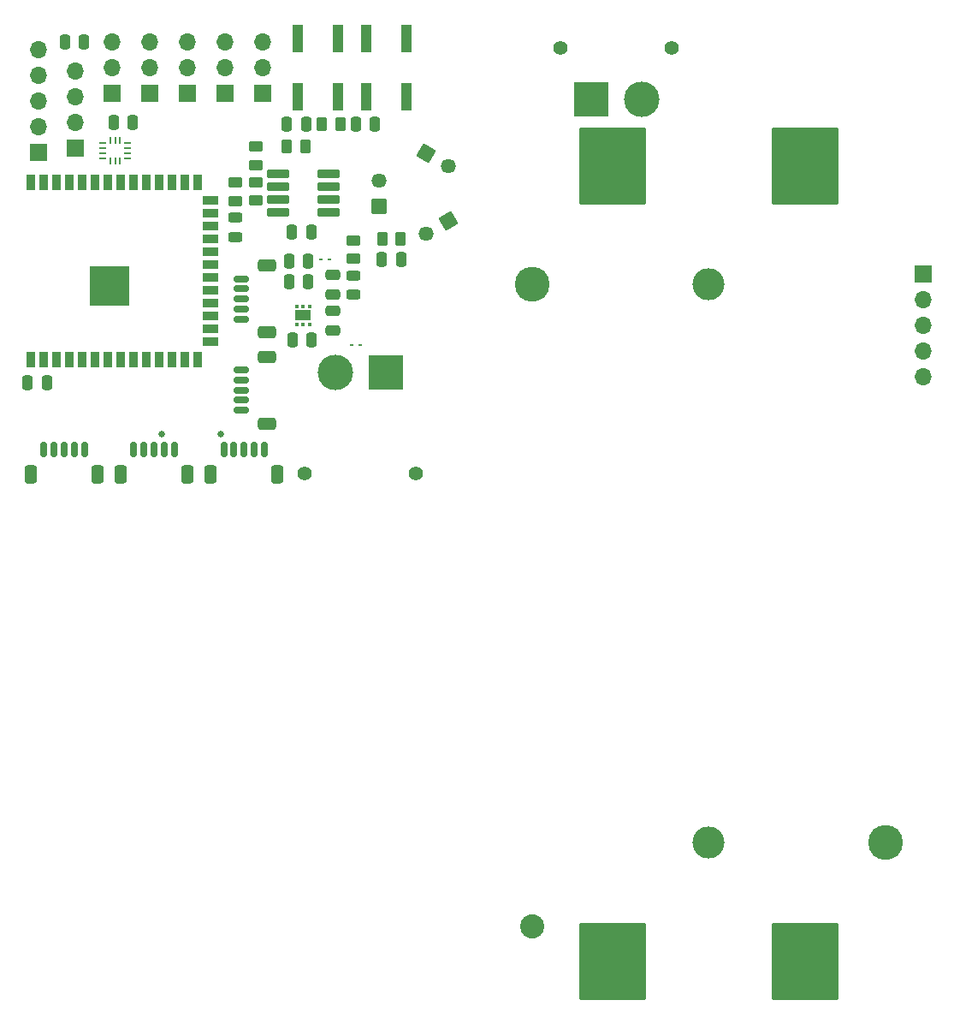
<source format=gbr>
%TF.GenerationSoftware,KiCad,Pcbnew,8.0.3*%
%TF.CreationDate,2024-07-13T14:18:46-04:00*%
%TF.ProjectId,get-a-grip-on-reality,6765742d-612d-4677-9269-702d6f6e2d72,rev?*%
%TF.SameCoordinates,Original*%
%TF.FileFunction,Soldermask,Top*%
%TF.FilePolarity,Negative*%
%FSLAX46Y46*%
G04 Gerber Fmt 4.6, Leading zero omitted, Abs format (unit mm)*
G04 Created by KiCad (PCBNEW 8.0.3) date 2024-07-13 14:18:46*
%MOMM*%
%LPD*%
G01*
G04 APERTURE LIST*
G04 Aperture macros list*
%AMRoundRect*
0 Rectangle with rounded corners*
0 $1 Rounding radius*
0 $2 $3 $4 $5 $6 $7 $8 $9 X,Y pos of 4 corners*
0 Add a 4 corners polygon primitive as box body*
4,1,4,$2,$3,$4,$5,$6,$7,$8,$9,$2,$3,0*
0 Add four circle primitives for the rounded corners*
1,1,$1+$1,$2,$3*
1,1,$1+$1,$4,$5*
1,1,$1+$1,$6,$7*
1,1,$1+$1,$8,$9*
0 Add four rect primitives between the rounded corners*
20,1,$1+$1,$2,$3,$4,$5,0*
20,1,$1+$1,$4,$5,$6,$7,0*
20,1,$1+$1,$6,$7,$8,$9,0*
20,1,$1+$1,$8,$9,$2,$3,0*%
G04 Aperture macros list end*
%ADD10C,1.462000*%
%ADD11RoundRect,0.102000X0.230230X0.859230X-0.859230X0.230230X-0.230230X-0.859230X0.859230X-0.230230X0*%
%ADD12RoundRect,0.250000X0.250000X0.475000X-0.250000X0.475000X-0.250000X-0.475000X0.250000X-0.475000X0*%
%ADD13R,1.700000X1.700000*%
%ADD14O,1.700000X1.700000*%
%ADD15RoundRect,0.150000X-0.625000X0.150000X-0.625000X-0.150000X0.625000X-0.150000X0.625000X0.150000X0*%
%ADD16RoundRect,0.250000X-0.650000X0.350000X-0.650000X-0.350000X0.650000X-0.350000X0.650000X0.350000X0*%
%ADD17RoundRect,0.250000X-0.450000X0.262500X-0.450000X-0.262500X0.450000X-0.262500X0.450000X0.262500X0*%
%ADD18RoundRect,0.093750X-0.106250X0.093750X-0.106250X-0.093750X0.106250X-0.093750X0.106250X0.093750X0*%
%ADD19R,1.600000X1.000000*%
%ADD20RoundRect,0.243750X-0.456250X0.243750X-0.456250X-0.243750X0.456250X-0.243750X0.456250X0.243750X0*%
%ADD21RoundRect,0.250000X-0.250000X-0.475000X0.250000X-0.475000X0.250000X0.475000X-0.250000X0.475000X0*%
%ADD22C,1.400000*%
%ADD23R,3.500000X3.500000*%
%ADD24C,3.500000*%
%ADD25RoundRect,0.250000X-0.262500X-0.450000X0.262500X-0.450000X0.262500X0.450000X-0.262500X0.450000X0*%
%ADD26RoundRect,0.062500X-0.117500X-0.062500X0.117500X-0.062500X0.117500X0.062500X-0.117500X0.062500X0*%
%ADD27RoundRect,0.150000X0.150000X0.625000X-0.150000X0.625000X-0.150000X-0.625000X0.150000X-0.625000X0*%
%ADD28RoundRect,0.250000X0.350000X0.650000X-0.350000X0.650000X-0.350000X-0.650000X0.350000X-0.650000X0*%
%ADD29R,0.675000X0.250000*%
%ADD30R,0.250000X0.675000*%
%ADD31C,3.170000*%
%ADD32C,3.450000*%
%ADD33C,2.390000*%
%ADD34RoundRect,0.102000X-3.175000X3.670000X-3.175000X-3.670000X3.175000X-3.670000X3.175000X3.670000X0*%
%ADD35RoundRect,0.250000X0.475000X-0.250000X0.475000X0.250000X-0.475000X0.250000X-0.475000X-0.250000X0*%
%ADD36R,0.900000X1.500000*%
%ADD37R,1.500000X0.900000*%
%ADD38R,3.900000X3.900000*%
%ADD39RoundRect,0.102000X-0.859230X-0.230230X0.230230X-0.859230X0.859230X0.230230X-0.230230X0.859230X0*%
%ADD40R,1.000000X2.750000*%
%ADD41RoundRect,0.250000X0.450000X-0.262500X0.450000X0.262500X-0.450000X0.262500X-0.450000X-0.262500X0*%
%ADD42RoundRect,0.102000X0.629000X-0.629000X0.629000X0.629000X-0.629000X0.629000X-0.629000X-0.629000X0*%
%ADD43RoundRect,0.250000X0.262500X0.450000X-0.262500X0.450000X-0.262500X-0.450000X0.262500X-0.450000X0*%
%ADD44RoundRect,0.250000X-0.475000X0.250000X-0.475000X-0.250000X0.475000X-0.250000X0.475000X0.250000X0*%
%ADD45RoundRect,0.100500X0.986500X0.301500X-0.986500X0.301500X-0.986500X-0.301500X0.986500X-0.301500X0*%
%ADD46C,0.650000*%
G04 APERTURE END LIST*
D10*
%TO.C,D5*%
X81400296Y-53310000D03*
D11*
X83600000Y-52040000D03*
%TD*%
D12*
%TO.C,C8*%
X47525000Y-34325000D03*
X45625000Y-34325000D03*
%TD*%
%TO.C,C6*%
X43875200Y-68066800D03*
X41975200Y-68066800D03*
%TD*%
D13*
%TO.C,J9*%
X57759664Y-39446000D03*
D14*
X57759664Y-36906000D03*
X57759664Y-34366000D03*
%TD*%
D13*
%TO.C,J11*%
X65227000Y-39446000D03*
D14*
X65227000Y-36906000D03*
X65227000Y-34366000D03*
%TD*%
D13*
%TO.C,J10*%
X61493330Y-39446000D03*
D14*
X61493330Y-36906000D03*
X61493330Y-34366000D03*
%TD*%
D15*
%TO.C,J6*%
X63100000Y-57775000D03*
X63100000Y-58775000D03*
X63100000Y-59775000D03*
X63100000Y-60775000D03*
X63100000Y-61775000D03*
D16*
X65625000Y-56475000D03*
X65625000Y-63075000D03*
%TD*%
D17*
%TO.C,R4*%
X64525000Y-44700000D03*
X64525000Y-46525000D03*
%TD*%
D18*
%TO.C,U1*%
X69875000Y-60512500D03*
X69225000Y-60512500D03*
X68575000Y-60512500D03*
X68575000Y-62287500D03*
X69225000Y-62287500D03*
X69875000Y-62287500D03*
D19*
X69225000Y-61400000D03*
%TD*%
D20*
%TO.C,D2*%
X62475000Y-51750000D03*
X62475000Y-53625000D03*
%TD*%
D12*
%TO.C,C5*%
X69747400Y-55992200D03*
X67847400Y-55992200D03*
%TD*%
D21*
%TO.C,C3*%
X67617800Y-42525000D03*
X69517800Y-42525000D03*
%TD*%
D12*
%TO.C,C11*%
X52375000Y-42325000D03*
X50475000Y-42325000D03*
%TD*%
%TO.C,C13*%
X70025000Y-53125000D03*
X68125000Y-53125000D03*
%TD*%
%TO.C,C1*%
X70050000Y-63825000D03*
X68150000Y-63825000D03*
%TD*%
D22*
%TO.C,J15*%
X94700600Y-34988200D03*
X105700600Y-34988200D03*
D23*
X97700600Y-39988200D03*
D24*
X102700600Y-39988200D03*
%TD*%
D25*
%TO.C,R1*%
X71058900Y-42525000D03*
X72883900Y-42525000D03*
%TD*%
D26*
%TO.C,D1*%
X71845000Y-55891200D03*
X71005000Y-55891200D03*
%TD*%
D15*
%TO.C,J5*%
X63097400Y-66781200D03*
X63097400Y-67781200D03*
X63097400Y-68781200D03*
X63097400Y-69781200D03*
X63097400Y-70781200D03*
D16*
X65622400Y-65481200D03*
X65622400Y-72081200D03*
%TD*%
D27*
%TO.C,J3*%
X56475000Y-74625000D03*
X55475000Y-74625000D03*
X54475000Y-74625000D03*
X53475000Y-74625000D03*
X52475000Y-74625000D03*
D28*
X57775000Y-77150000D03*
X51175000Y-77150000D03*
%TD*%
D29*
%TO.C,U4*%
X51881700Y-45875000D03*
X51881700Y-45375000D03*
X51881700Y-44875000D03*
X51881700Y-44375000D03*
D30*
X51119200Y-44112500D03*
X50619200Y-44112500D03*
X50119200Y-44112500D03*
D29*
X49356700Y-44375000D03*
X49356700Y-44875000D03*
X49356700Y-45375000D03*
X49356700Y-45875000D03*
D30*
X50119200Y-46137500D03*
X50619200Y-46137500D03*
X51119200Y-46137500D03*
%TD*%
D31*
%TO.C,BT1*%
X109370000Y-58356200D03*
D32*
X91865000Y-58356200D03*
X126875000Y-113556200D03*
D31*
X109370000Y-113556200D03*
D33*
X91865000Y-121776200D03*
D34*
X118925000Y-125286200D03*
X99815000Y-46626200D03*
X118925000Y-46626200D03*
X99815000Y-125286200D03*
%TD*%
D35*
%TO.C,C9*%
X72135000Y-59320200D03*
X72135000Y-57420200D03*
%TD*%
D21*
%TO.C,C2*%
X74425000Y-42525000D03*
X76325000Y-42525000D03*
%TD*%
D36*
%TO.C,U2*%
X42304000Y-65741000D03*
X43574000Y-65741000D03*
X44844000Y-65741000D03*
X46114000Y-65741000D03*
X47384000Y-65741000D03*
X48654000Y-65741000D03*
X49924000Y-65741000D03*
X51194000Y-65741000D03*
X52464000Y-65741000D03*
X53734000Y-65741000D03*
X55004000Y-65741000D03*
X56274000Y-65741000D03*
X57544000Y-65741000D03*
X58814000Y-65741000D03*
D37*
X60064000Y-63976000D03*
X60064000Y-62706000D03*
X60064000Y-61436000D03*
X60064000Y-60166000D03*
X60064000Y-58896000D03*
X60064000Y-57626000D03*
X60064000Y-56356000D03*
X60064000Y-55086000D03*
X60064000Y-53816000D03*
X60064000Y-52546000D03*
X60064000Y-51276000D03*
X60064000Y-50006000D03*
D36*
X58814000Y-48241000D03*
X57544000Y-48241000D03*
X56274000Y-48241000D03*
X55004000Y-48241000D03*
X53734000Y-48241000D03*
X52464000Y-48241000D03*
X51194000Y-48241000D03*
X49924000Y-48241000D03*
X48654000Y-48241000D03*
X47384000Y-48241000D03*
X46114000Y-48241000D03*
X44844000Y-48241000D03*
X43574000Y-48241000D03*
X42304000Y-48241000D03*
D38*
X50024000Y-58491000D03*
%TD*%
D10*
%TO.C,D6*%
X83600000Y-46675000D03*
D39*
X81400296Y-45405000D03*
%TD*%
D20*
%TO.C,D3*%
X74175000Y-57450000D03*
X74175000Y-59325000D03*
%TD*%
D40*
%TO.C,RESET1*%
X79425000Y-34015000D03*
X79425000Y-39775000D03*
X75425000Y-34015000D03*
X75425000Y-39775000D03*
%TD*%
D12*
%TO.C,C4*%
X69747400Y-58075000D03*
X67847400Y-58075000D03*
%TD*%
D13*
%TO.C,J8*%
X54025998Y-39446000D03*
D14*
X54025998Y-36906000D03*
X54025998Y-34366000D03*
%TD*%
D13*
%TO.C,J1*%
X46675000Y-44845000D03*
D14*
X46675000Y-42305000D03*
X46675000Y-39765000D03*
X46675000Y-37225000D03*
%TD*%
D13*
%TO.C,J13*%
X43075000Y-45295000D03*
D14*
X43075000Y-42755000D03*
X43075000Y-40215000D03*
X43075000Y-37675000D03*
X43075000Y-35135000D03*
%TD*%
D27*
%TO.C,J2*%
X47575000Y-74630000D03*
X46575000Y-74630000D03*
X45575000Y-74630000D03*
X44575000Y-74630000D03*
X43575000Y-74630000D03*
D28*
X48875000Y-77155000D03*
X42275000Y-77155000D03*
%TD*%
D26*
%TO.C,D8*%
X74830800Y-64325000D03*
X73990800Y-64325000D03*
%TD*%
D13*
%TO.C,J7*%
X50292332Y-39446000D03*
D14*
X50292332Y-36906000D03*
X50292332Y-34366000D03*
%TD*%
D41*
%TO.C,R5*%
X64525000Y-50037500D03*
X64525000Y-48212500D03*
%TD*%
%TO.C,R2*%
X62475000Y-50071300D03*
X62475000Y-48246300D03*
%TD*%
D10*
%TO.C,D4*%
X76775000Y-48092500D03*
D42*
X76775000Y-50632500D03*
%TD*%
D43*
%TO.C,R6*%
X78862500Y-53850000D03*
X77037500Y-53850000D03*
%TD*%
D27*
%TO.C,J4*%
X65375000Y-74625000D03*
X64375000Y-74625000D03*
X63375000Y-74625000D03*
X62375000Y-74625000D03*
X61375000Y-74625000D03*
D28*
X66675000Y-77150000D03*
X60075000Y-77150000D03*
%TD*%
D40*
%TO.C,BOOT1*%
X68681800Y-39796400D03*
X68681800Y-34036400D03*
X72681800Y-39796400D03*
X72681800Y-34036400D03*
%TD*%
D44*
%TO.C,C10*%
X72130000Y-60961000D03*
X72130000Y-62861000D03*
%TD*%
D12*
%TO.C,C12*%
X78900000Y-55850000D03*
X77000000Y-55850000D03*
%TD*%
D45*
%TO.C,U5*%
X71720000Y-51205000D03*
X71720000Y-49935000D03*
X71720000Y-48665000D03*
X71720000Y-47395000D03*
X66780000Y-47395000D03*
X66780000Y-48665000D03*
X66780000Y-49935000D03*
X66780000Y-51205000D03*
%TD*%
D43*
%TO.C,R7*%
X69437500Y-44725000D03*
X67612500Y-44725000D03*
%TD*%
D41*
%TO.C,R3*%
X74200400Y-55817900D03*
X74200400Y-53992900D03*
%TD*%
D22*
%TO.C,J12*%
X69400000Y-77025000D03*
X80400000Y-77025000D03*
D23*
X77400000Y-67025000D03*
D24*
X72400000Y-67025000D03*
%TD*%
D13*
%TO.C,J14*%
X130579174Y-57321100D03*
D14*
X130579174Y-59861100D03*
X130579174Y-62401100D03*
X130579174Y-64941100D03*
X130579174Y-67481100D03*
%TD*%
D46*
%TO.C,P1*%
X61040000Y-73120000D03*
X55260000Y-73120000D03*
%TD*%
M02*

</source>
